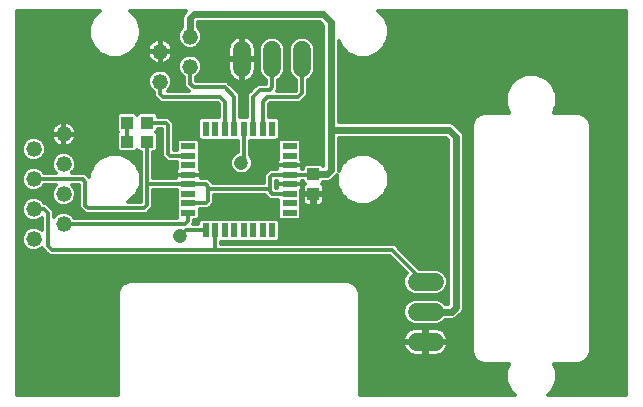
<source format=gbl>
G75*
G70*
%OFA0B0*%
%FSLAX24Y24*%
%IPPOS*%
%LPD*%
%AMOC8*
5,1,8,0,0,1.08239X$1,22.5*
%
%ADD10R,0.0500X0.0220*%
%ADD11R,0.0220X0.0500*%
%ADD12C,0.0520*%
%ADD13C,0.0600*%
%ADD14R,0.0394X0.0433*%
%ADD15C,0.1581*%
%ADD16C,0.0120*%
%ADD17C,0.0240*%
%ADD18C,0.0475*%
D10*
X006344Y006695D03*
X006344Y007010D03*
X006344Y007325D03*
X006344Y007640D03*
X006344Y007955D03*
X006344Y008270D03*
X006344Y008585D03*
X006344Y008900D03*
X009724Y008900D03*
X009724Y008585D03*
X009724Y008270D03*
X009724Y007955D03*
X009724Y007640D03*
X009724Y007325D03*
X009724Y007010D03*
X009724Y006695D03*
D11*
X009136Y006108D03*
X008821Y006108D03*
X008506Y006108D03*
X008191Y006108D03*
X007877Y006108D03*
X007562Y006108D03*
X007247Y006108D03*
X006932Y006108D03*
X006932Y009488D03*
X007247Y009488D03*
X007562Y009488D03*
X007877Y009488D03*
X008191Y009488D03*
X008506Y009488D03*
X008821Y009488D03*
X009136Y009488D03*
D12*
X006408Y011564D03*
X005408Y012064D03*
X006408Y012564D03*
X005408Y011064D03*
X002195Y009312D03*
X001195Y008812D03*
X002195Y008312D03*
X001195Y007812D03*
X002195Y007312D03*
X001195Y006812D03*
X002195Y006312D03*
X001195Y005812D03*
D13*
X008136Y011514D02*
X008136Y012114D01*
X009136Y012114D02*
X009136Y011514D01*
X010136Y011514D02*
X010136Y012114D01*
X013954Y004388D02*
X014554Y004388D01*
X014554Y003388D02*
X013954Y003388D01*
X013954Y002388D02*
X014554Y002388D01*
D14*
X010514Y007306D03*
X010514Y007975D03*
X004983Y009058D03*
X004983Y009688D03*
X004314Y009688D03*
X004314Y009058D03*
D15*
X001380Y012286D03*
X001380Y001341D03*
X020199Y001341D03*
X020199Y012286D03*
D16*
X000640Y013420D02*
X000640Y000600D01*
X004011Y000600D01*
X004011Y004035D01*
X004084Y004211D01*
X004219Y004346D01*
X004395Y004419D01*
X011673Y004419D01*
X011849Y004346D01*
X011984Y004211D01*
X012057Y004035D01*
X012057Y000600D01*
X017229Y000600D01*
X017058Y000771D01*
X016928Y001085D01*
X016928Y001424D01*
X017023Y001653D01*
X016189Y001653D01*
X016012Y001726D01*
X015877Y001861D01*
X015804Y002037D01*
X015804Y009637D01*
X015877Y009814D01*
X016012Y009949D01*
X016189Y010022D01*
X017043Y010022D01*
X016928Y010297D01*
X016928Y010637D01*
X017058Y010951D01*
X017298Y011191D01*
X017612Y011321D01*
X017952Y011321D01*
X018266Y011191D01*
X018506Y010951D01*
X018636Y010637D01*
X018636Y010297D01*
X018522Y010022D01*
X019375Y010022D01*
X019552Y009949D01*
X019687Y009814D01*
X019760Y009637D01*
X019760Y002037D01*
X019687Y001861D01*
X019552Y001726D01*
X019375Y001653D01*
X018541Y001653D01*
X018636Y001424D01*
X018636Y001085D01*
X018506Y000771D01*
X018335Y000600D01*
X020940Y000600D01*
X020940Y013420D01*
X012674Y013420D01*
X012892Y013203D01*
X013022Y012889D01*
X013022Y012549D01*
X012892Y012235D01*
X012651Y011995D01*
X012338Y011865D01*
X011998Y011865D01*
X011684Y011995D01*
X011444Y012235D01*
X011365Y012427D01*
X011365Y009711D01*
X015094Y009711D01*
X015189Y009672D01*
X015262Y009599D01*
X015499Y009362D01*
X015538Y009267D01*
X015538Y003494D01*
X015499Y003399D01*
X015425Y003325D01*
X015268Y003168D01*
X015172Y003128D01*
X014917Y003128D01*
X014804Y003015D01*
X014642Y002948D01*
X013867Y002948D01*
X013705Y003015D01*
X013581Y003139D01*
X013514Y003301D01*
X013514Y003476D01*
X013581Y003638D01*
X013705Y003761D01*
X013867Y003828D01*
X014642Y003828D01*
X014804Y003761D01*
X014917Y003648D01*
X015013Y003648D01*
X015018Y003654D01*
X015018Y009107D01*
X014934Y009191D01*
X011365Y009191D01*
X011365Y008090D01*
X011444Y008281D01*
X011684Y008522D01*
X011998Y008651D01*
X012338Y008651D01*
X012651Y008522D01*
X012892Y008281D01*
X013022Y007968D01*
X013022Y007628D01*
X012892Y007314D01*
X012651Y007074D01*
X012338Y006944D01*
X011998Y006944D01*
X011684Y007074D01*
X011444Y007314D01*
X011314Y007628D01*
X011314Y007954D01*
X011114Y007755D01*
X011019Y007715D01*
X010851Y007715D01*
X010851Y007700D01*
X010804Y007653D01*
X010809Y007650D01*
X010839Y007620D01*
X010860Y007584D01*
X010871Y007543D01*
X010871Y007344D01*
X010553Y007344D01*
X010553Y007267D01*
X010871Y007267D01*
X010871Y007068D01*
X010860Y007027D01*
X010839Y006991D01*
X010809Y006961D01*
X010773Y006940D01*
X010732Y006929D01*
X010553Y006929D01*
X010553Y007267D01*
X010476Y007267D01*
X010476Y006929D01*
X010296Y006929D01*
X010256Y006940D01*
X010219Y006961D01*
X010189Y006991D01*
X010168Y007027D01*
X010157Y007068D01*
X010157Y007267D01*
X010476Y007267D01*
X010476Y007344D01*
X010157Y007344D01*
X010157Y007543D01*
X010168Y007584D01*
X010189Y007620D01*
X010219Y007650D01*
X010225Y007653D01*
X010177Y007700D01*
X010177Y007755D01*
X010134Y007755D01*
X010134Y007640D01*
X009724Y007640D01*
X009314Y007640D01*
X009314Y007525D01*
X009258Y007525D01*
X009258Y007755D01*
X009314Y007755D01*
X009314Y007640D01*
X009724Y007640D01*
X009724Y007640D01*
X009724Y007640D01*
X010134Y007640D01*
X010134Y007509D01*
X010123Y007469D01*
X010114Y007453D01*
X010114Y006527D01*
X010032Y006445D01*
X009416Y006445D01*
X009334Y006527D01*
X009334Y007125D01*
X009054Y007125D01*
X008936Y007243D01*
X008936Y007243D01*
X008896Y007283D01*
X007210Y007283D01*
X007210Y007006D01*
X007093Y006889D01*
X007014Y006810D01*
X006734Y006810D01*
X006734Y006527D01*
X006652Y006445D01*
X006544Y006445D01*
X006544Y006340D01*
X006512Y006308D01*
X006682Y006308D01*
X006682Y006416D01*
X006764Y006498D01*
X009304Y006498D01*
X009386Y006416D01*
X009386Y005800D01*
X009304Y005718D01*
X007447Y005718D01*
X007447Y005636D01*
X013235Y005636D01*
X014042Y004828D01*
X014642Y004828D01*
X014804Y004761D01*
X014928Y004638D01*
X014994Y004476D01*
X014994Y004301D01*
X014928Y004139D01*
X014804Y004015D01*
X014642Y003948D01*
X013867Y003948D01*
X013705Y004015D01*
X013581Y004139D01*
X013514Y004301D01*
X013514Y004476D01*
X013581Y004638D01*
X013624Y004680D01*
X013069Y005236D01*
X001731Y005236D01*
X001614Y005353D01*
X001458Y005508D01*
X001422Y005472D01*
X001275Y005412D01*
X001116Y005412D01*
X000969Y005472D01*
X000856Y005585D01*
X000795Y005732D01*
X000795Y005891D01*
X000856Y006038D01*
X000969Y006151D01*
X001116Y006212D01*
X001275Y006212D01*
X001422Y006151D01*
X001456Y006117D01*
X001456Y006507D01*
X001422Y006472D01*
X001275Y006412D01*
X001116Y006412D01*
X000969Y006472D01*
X000856Y006585D01*
X000795Y006732D01*
X000795Y006891D01*
X000856Y007038D01*
X000969Y007151D01*
X001116Y007212D01*
X001275Y007212D01*
X001422Y007151D01*
X001535Y007038D01*
X001546Y007012D01*
X001623Y007012D01*
X001740Y006894D01*
X001740Y006894D01*
X001856Y006778D01*
X001856Y006538D01*
X001856Y006538D01*
X001969Y006651D01*
X002116Y006712D01*
X002275Y006712D01*
X002422Y006651D01*
X002535Y006538D01*
X002546Y006512D01*
X005970Y006512D01*
X005954Y006527D01*
X005954Y007440D01*
X005183Y007440D01*
X005183Y006868D01*
X004967Y006653D01*
X002912Y006653D01*
X002795Y006770D01*
X002716Y006849D01*
X002716Y007612D01*
X002461Y007612D01*
X002535Y007538D01*
X002595Y007391D01*
X002595Y007232D01*
X002535Y007085D01*
X002422Y006972D01*
X002275Y006912D01*
X002116Y006912D01*
X001969Y006972D01*
X001856Y007085D01*
X001795Y007232D01*
X001795Y007391D01*
X001856Y007538D01*
X001930Y007612D01*
X001546Y007612D01*
X001535Y007585D01*
X001422Y007472D01*
X001275Y007412D01*
X001116Y007412D01*
X000969Y007472D01*
X000856Y007585D01*
X000795Y007732D01*
X000795Y007891D01*
X000856Y008038D01*
X000969Y008151D01*
X001116Y008212D01*
X001275Y008212D01*
X001422Y008151D01*
X001535Y008038D01*
X001546Y008012D01*
X001930Y008012D01*
X001856Y008085D01*
X001795Y008232D01*
X001795Y008391D01*
X001856Y008538D01*
X001969Y008651D01*
X002116Y008712D01*
X002275Y008712D01*
X002422Y008651D01*
X002535Y008538D01*
X002595Y008391D01*
X002595Y008232D01*
X002535Y008085D01*
X002461Y008012D01*
X002906Y008012D01*
X002999Y007919D01*
X003046Y007871D01*
X003046Y007968D01*
X003176Y008281D01*
X003417Y008522D01*
X003730Y008651D01*
X004070Y008651D01*
X004384Y008522D01*
X004624Y008281D01*
X004754Y007968D01*
X004754Y007628D01*
X004624Y007314D01*
X004384Y007074D01*
X004333Y007053D01*
X004783Y007053D01*
X004783Y008701D01*
X004728Y008701D01*
X004648Y008781D01*
X004568Y008701D01*
X004059Y008701D01*
X003977Y008783D01*
X003977Y009332D01*
X004017Y009373D01*
X003977Y009413D01*
X003977Y009962D01*
X004059Y010044D01*
X004568Y010044D01*
X004648Y009964D01*
X004728Y010044D01*
X005238Y010044D01*
X005320Y009962D01*
X005320Y009888D01*
X005676Y009888D01*
X005755Y009809D01*
X005872Y009692D01*
X005872Y008785D01*
X005954Y008785D01*
X005954Y009068D01*
X006036Y009150D01*
X006652Y009150D01*
X006734Y009068D01*
X006734Y008143D01*
X006743Y008127D01*
X006754Y008086D01*
X006754Y007955D01*
X006344Y007955D01*
X005934Y007955D01*
X005934Y007840D01*
X005183Y007840D01*
X005183Y008701D01*
X005238Y008701D01*
X005320Y008783D01*
X005320Y009332D01*
X005279Y009373D01*
X005320Y009413D01*
X005320Y009488D01*
X005472Y009488D01*
X005472Y008581D01*
X005589Y008464D01*
X005668Y008385D01*
X005954Y008385D01*
X005954Y008143D01*
X005945Y008127D01*
X005934Y008086D01*
X005934Y007955D01*
X006344Y007955D01*
X006344Y007955D01*
X006344Y007955D01*
X006754Y007955D01*
X006754Y007840D01*
X007014Y007840D01*
X007093Y007762D01*
X007093Y007762D01*
X007172Y007683D01*
X008858Y007683D01*
X008858Y007959D01*
X009054Y008155D01*
X009314Y008155D01*
X009314Y008270D01*
X009724Y008270D01*
X009724Y008270D01*
X009724Y008270D01*
X010134Y008270D01*
X010134Y008155D01*
X010177Y008155D01*
X010177Y008249D01*
X010259Y008331D01*
X010769Y008331D01*
X010845Y008256D01*
X010845Y012926D01*
X010722Y013050D01*
X006668Y013050D01*
X006668Y012869D01*
X006747Y012790D01*
X006808Y012643D01*
X006808Y012484D01*
X006747Y012337D01*
X006635Y012224D01*
X006488Y012164D01*
X006328Y012164D01*
X006181Y012224D01*
X006069Y012337D01*
X006008Y012484D01*
X006008Y012643D01*
X006069Y012790D01*
X006148Y012869D01*
X006148Y013231D01*
X006188Y013327D01*
X006281Y013420D01*
X004406Y013420D01*
X004624Y013203D01*
X004754Y012889D01*
X004754Y012549D01*
X004624Y012235D01*
X004384Y011995D01*
X004070Y011865D01*
X003730Y011865D01*
X003417Y011995D01*
X003176Y012235D01*
X003046Y012549D01*
X003046Y012889D01*
X003176Y013203D01*
X003394Y013420D01*
X000640Y013420D01*
X000640Y013367D02*
X003341Y013367D01*
X003223Y013249D02*
X000640Y013249D01*
X000640Y013130D02*
X003146Y013130D01*
X003097Y013012D02*
X000640Y013012D01*
X000640Y012893D02*
X003048Y012893D01*
X003046Y012775D02*
X000640Y012775D01*
X000640Y012656D02*
X003046Y012656D01*
X003051Y012538D02*
X000640Y012538D01*
X000640Y012419D02*
X003100Y012419D01*
X003149Y012301D02*
X000640Y012301D01*
X000640Y012182D02*
X003230Y012182D01*
X003348Y012064D02*
X000640Y012064D01*
X000640Y011945D02*
X003537Y011945D01*
X004263Y011945D02*
X005005Y011945D01*
X004998Y011965D02*
X005019Y011902D01*
X005049Y011843D01*
X005088Y011790D01*
X005134Y011743D01*
X005188Y011704D01*
X005247Y011674D01*
X005310Y011654D01*
X005375Y011644D01*
X005388Y011644D01*
X005388Y012044D01*
X004988Y012044D01*
X004988Y012030D01*
X004998Y011965D01*
X004988Y012084D02*
X005388Y012084D01*
X005388Y012484D01*
X005375Y012484D01*
X005310Y012473D01*
X005247Y012453D01*
X005188Y012423D01*
X005134Y012384D01*
X005088Y012337D01*
X005049Y012284D01*
X005019Y012225D01*
X004998Y012162D01*
X004988Y012097D01*
X004988Y012084D01*
X005005Y012182D02*
X004571Y012182D01*
X004651Y012301D02*
X005061Y012301D01*
X005183Y012419D02*
X004700Y012419D01*
X004749Y012538D02*
X006008Y012538D01*
X006013Y012656D02*
X004754Y012656D01*
X004754Y012775D02*
X006063Y012775D01*
X006148Y012893D02*
X004752Y012893D01*
X004703Y013012D02*
X006148Y013012D01*
X006148Y013130D02*
X004654Y013130D01*
X004578Y013249D02*
X006155Y013249D01*
X006228Y013367D02*
X004459Y013367D01*
X005428Y012484D02*
X005428Y012084D01*
X005388Y012084D01*
X005388Y012044D01*
X005428Y012044D01*
X005428Y012084D01*
X005828Y012084D01*
X005828Y012097D01*
X005818Y012162D01*
X005797Y012225D01*
X005767Y012284D01*
X005728Y012337D01*
X005682Y012384D01*
X005628Y012423D01*
X005569Y012453D01*
X005506Y012473D01*
X005441Y012484D01*
X005428Y012484D01*
X005428Y012419D02*
X005388Y012419D01*
X005388Y012301D02*
X005428Y012301D01*
X005428Y012182D02*
X005388Y012182D01*
X005388Y012064D02*
X004452Y012064D01*
X005061Y011827D02*
X000640Y011827D01*
X000640Y011708D02*
X005182Y011708D01*
X005388Y011708D02*
X005428Y011708D01*
X005428Y011644D02*
X005441Y011644D01*
X005506Y011654D01*
X005569Y011674D01*
X005628Y011704D01*
X005682Y011743D01*
X005728Y011790D01*
X005767Y011843D01*
X005797Y011902D01*
X005818Y011965D01*
X005828Y012030D01*
X005828Y012044D01*
X005428Y012044D01*
X005428Y011644D01*
X005428Y011827D02*
X005388Y011827D01*
X005388Y011945D02*
X005428Y011945D01*
X005428Y012064D02*
X007676Y012064D01*
X007676Y012150D02*
X007676Y011854D01*
X008096Y011854D01*
X008096Y012573D01*
X008029Y012562D01*
X007960Y012540D01*
X007895Y012507D01*
X007837Y012464D01*
X007786Y012413D01*
X007743Y012355D01*
X007710Y012290D01*
X007688Y012221D01*
X007676Y012150D01*
X007682Y012182D02*
X006533Y012182D01*
X006711Y012301D02*
X007716Y012301D01*
X007792Y012419D02*
X006781Y012419D01*
X006808Y012538D02*
X007956Y012538D01*
X008096Y012538D02*
X008176Y012538D01*
X008176Y012573D02*
X008176Y011854D01*
X008096Y011854D01*
X008096Y011774D01*
X007676Y011774D01*
X007676Y011477D01*
X007688Y011406D01*
X007710Y011337D01*
X007743Y011272D01*
X007786Y011214D01*
X007837Y011163D01*
X007895Y011120D01*
X007960Y011087D01*
X008029Y011065D01*
X008096Y011054D01*
X008096Y011774D01*
X008176Y011774D01*
X008176Y011854D01*
X008596Y011854D01*
X008596Y012150D01*
X008585Y012221D01*
X008563Y012290D01*
X008530Y012355D01*
X008487Y012413D01*
X008436Y012464D01*
X008377Y012507D01*
X008313Y012540D01*
X008244Y012562D01*
X008176Y012573D01*
X008317Y012538D02*
X009011Y012538D01*
X009049Y012554D02*
X008887Y012487D01*
X008763Y012363D01*
X008696Y012201D01*
X008696Y011426D01*
X008763Y011264D01*
X008887Y011141D01*
X008936Y011120D01*
X008936Y010990D01*
X008660Y010990D01*
X008543Y010873D01*
X008306Y010637D01*
X008306Y009878D01*
X008077Y009878D01*
X008077Y010637D01*
X007762Y010952D01*
X007644Y011069D01*
X006621Y011069D01*
X006608Y011081D01*
X006608Y011213D01*
X006635Y011224D01*
X006747Y011337D01*
X006808Y011484D01*
X006808Y011643D01*
X006747Y011790D01*
X006635Y011903D01*
X006488Y011964D01*
X006328Y011964D01*
X006181Y011903D01*
X006069Y011790D01*
X006008Y011643D01*
X006008Y011484D01*
X006069Y011337D01*
X006181Y011224D01*
X006208Y011213D01*
X006208Y010916D01*
X006325Y010799D01*
X006370Y010754D01*
X005664Y010754D01*
X005747Y010837D01*
X005808Y010984D01*
X005808Y011143D01*
X005747Y011290D01*
X005635Y011403D01*
X005488Y011464D01*
X005328Y011464D01*
X005181Y011403D01*
X005069Y011290D01*
X005008Y011143D01*
X005008Y010984D01*
X005069Y010837D01*
X005181Y010724D01*
X005208Y010713D01*
X005208Y010577D01*
X005325Y010460D01*
X005431Y010354D01*
X007321Y010354D01*
X007362Y010313D01*
X007362Y009878D01*
X006764Y009878D01*
X006682Y009796D01*
X006682Y009180D01*
X006764Y009098D01*
X007991Y009098D01*
X007991Y008707D01*
X007899Y008669D01*
X007793Y008563D01*
X007735Y008424D01*
X007735Y008274D01*
X007793Y008135D01*
X007899Y008029D01*
X008038Y007971D01*
X008188Y007971D01*
X008327Y008029D01*
X008433Y008135D01*
X008490Y008274D01*
X008490Y008424D01*
X008433Y008563D01*
X008391Y008604D01*
X008391Y009098D01*
X009304Y009098D01*
X009386Y009180D01*
X009386Y009796D01*
X009304Y009878D01*
X009021Y009878D01*
X009021Y010313D01*
X009062Y010354D01*
X010085Y010354D01*
X010219Y010488D01*
X010336Y010605D01*
X010336Y011120D01*
X010386Y011141D01*
X010509Y011264D01*
X010576Y011426D01*
X010576Y012201D01*
X010509Y012363D01*
X010386Y012487D01*
X010224Y012554D01*
X010049Y012554D01*
X009887Y012487D01*
X009763Y012363D01*
X009696Y012201D01*
X009696Y011426D01*
X009763Y011264D01*
X009887Y011141D01*
X009936Y011120D01*
X009936Y010770D01*
X009920Y010754D01*
X009304Y010754D01*
X009336Y010786D01*
X009336Y011120D01*
X009386Y011141D01*
X009509Y011264D01*
X009576Y011426D01*
X009576Y012201D01*
X009509Y012363D01*
X009386Y012487D01*
X009224Y012554D01*
X009049Y012554D01*
X009262Y012538D02*
X010011Y012538D01*
X009820Y012419D02*
X009453Y012419D01*
X009535Y012301D02*
X009738Y012301D01*
X009696Y012182D02*
X009576Y012182D01*
X009576Y012064D02*
X009696Y012064D01*
X009696Y011945D02*
X009576Y011945D01*
X009576Y011827D02*
X009696Y011827D01*
X009696Y011708D02*
X009576Y011708D01*
X009576Y011590D02*
X009696Y011590D01*
X009696Y011471D02*
X009576Y011471D01*
X009546Y011353D02*
X009727Y011353D01*
X009793Y011234D02*
X009479Y011234D01*
X009336Y011116D02*
X009936Y011116D01*
X009936Y010997D02*
X009336Y010997D01*
X009336Y010879D02*
X009936Y010879D01*
X009926Y010760D02*
X009311Y010760D01*
X009136Y010869D02*
X009136Y011814D01*
X008696Y011827D02*
X008176Y011827D01*
X008176Y011774D02*
X008596Y011774D01*
X008596Y011477D01*
X008585Y011406D01*
X008563Y011337D01*
X008530Y011272D01*
X008487Y011214D01*
X008436Y011163D01*
X008377Y011120D01*
X008313Y011087D01*
X008244Y011065D01*
X008176Y011054D01*
X008176Y011774D01*
X008176Y011708D02*
X008096Y011708D01*
X008096Y011590D02*
X008176Y011590D01*
X008176Y011471D02*
X008096Y011471D01*
X008096Y011353D02*
X008176Y011353D01*
X008176Y011234D02*
X008096Y011234D01*
X008096Y011116D02*
X008176Y011116D01*
X008369Y011116D02*
X008936Y011116D01*
X008936Y010997D02*
X007716Y010997D01*
X007834Y010879D02*
X008549Y010879D01*
X008430Y010760D02*
X007953Y010760D01*
X008071Y010642D02*
X008312Y010642D01*
X008306Y010523D02*
X008077Y010523D01*
X008077Y010405D02*
X008306Y010405D01*
X008306Y010286D02*
X008077Y010286D01*
X008077Y010168D02*
X008306Y010168D01*
X008306Y010049D02*
X008077Y010049D01*
X008077Y009931D02*
X008306Y009931D01*
X008191Y009488D02*
X008191Y008428D01*
X008113Y008349D01*
X007770Y008509D02*
X006734Y008509D01*
X006734Y008627D02*
X007857Y008627D01*
X007991Y008746D02*
X006734Y008746D01*
X006734Y008864D02*
X007991Y008864D01*
X007991Y008983D02*
X006734Y008983D01*
X006760Y009101D02*
X006701Y009101D01*
X006682Y009220D02*
X005872Y009220D01*
X005872Y009338D02*
X006682Y009338D01*
X006682Y009457D02*
X005872Y009457D01*
X005872Y009575D02*
X006682Y009575D01*
X006682Y009694D02*
X005870Y009694D01*
X005751Y009812D02*
X006698Y009812D01*
X007362Y009931D02*
X005320Y009931D01*
X005593Y009688D02*
X004983Y009688D01*
X005320Y009457D02*
X005472Y009457D01*
X005472Y009338D02*
X005314Y009338D01*
X005320Y009220D02*
X005472Y009220D01*
X005472Y009101D02*
X005320Y009101D01*
X005320Y008983D02*
X005472Y008983D01*
X005472Y008864D02*
X005320Y008864D01*
X005282Y008746D02*
X005472Y008746D01*
X005472Y008627D02*
X005183Y008627D01*
X005183Y008509D02*
X005544Y008509D01*
X005663Y008390D02*
X005183Y008390D01*
X005183Y008272D02*
X005954Y008272D01*
X005954Y008153D02*
X005183Y008153D01*
X005183Y008035D02*
X005934Y008035D01*
X005934Y007916D02*
X005183Y007916D01*
X004983Y007660D02*
X005003Y007640D01*
X004983Y007640D01*
X004983Y006951D01*
X004884Y006853D01*
X002995Y006853D01*
X002916Y006932D01*
X002916Y007719D01*
X002823Y007812D01*
X001195Y007812D01*
X000795Y007798D02*
X000640Y007798D01*
X000640Y007916D02*
X000806Y007916D01*
X000855Y008035D02*
X000640Y008035D01*
X000640Y008153D02*
X000975Y008153D01*
X001116Y008412D02*
X001275Y008412D01*
X001422Y008472D01*
X001535Y008585D01*
X001595Y008732D01*
X001595Y008891D01*
X001535Y009038D01*
X001422Y009151D01*
X001275Y009212D01*
X001116Y009212D01*
X000969Y009151D01*
X000856Y009038D01*
X000795Y008891D01*
X000795Y008732D01*
X000856Y008585D01*
X000969Y008472D01*
X001116Y008412D01*
X000933Y008509D02*
X000640Y008509D01*
X000640Y008627D02*
X000839Y008627D01*
X000795Y008746D02*
X000640Y008746D01*
X000640Y008864D02*
X000795Y008864D01*
X000833Y008983D02*
X000640Y008983D01*
X000640Y009101D02*
X000919Y009101D01*
X000640Y009220D02*
X001785Y009220D01*
X001786Y009213D02*
X001806Y009150D01*
X001836Y009091D01*
X001875Y009038D01*
X001922Y008991D01*
X001975Y008952D01*
X002034Y008922D01*
X002097Y008902D01*
X002162Y008892D01*
X002175Y008892D01*
X002175Y009292D01*
X001775Y009292D01*
X001775Y009279D01*
X001786Y009213D01*
X001775Y009332D02*
X002175Y009332D01*
X002175Y009732D01*
X002162Y009732D01*
X002097Y009721D01*
X002034Y009701D01*
X001975Y009671D01*
X001922Y009632D01*
X001875Y009585D01*
X001836Y009532D01*
X001806Y009473D01*
X001786Y009410D01*
X001775Y009345D01*
X001775Y009332D01*
X001775Y009338D02*
X000640Y009338D01*
X000640Y009457D02*
X001801Y009457D01*
X001868Y009575D02*
X000640Y009575D01*
X000640Y009694D02*
X002020Y009694D01*
X002175Y009694D02*
X002215Y009694D01*
X002215Y009732D02*
X002215Y009332D01*
X002175Y009332D01*
X002175Y009292D01*
X002215Y009292D01*
X002215Y008892D01*
X002228Y008892D01*
X002294Y008902D01*
X002357Y008922D01*
X002416Y008952D01*
X002469Y008991D01*
X002516Y009038D01*
X002555Y009091D01*
X002585Y009150D01*
X002605Y009213D01*
X002615Y009279D01*
X002615Y009292D01*
X002215Y009292D01*
X002215Y009332D01*
X002615Y009332D01*
X002615Y009345D01*
X002605Y009410D01*
X002585Y009473D01*
X002555Y009532D01*
X002516Y009585D01*
X002469Y009632D01*
X002416Y009671D01*
X002357Y009701D01*
X002294Y009721D01*
X002228Y009732D01*
X002215Y009732D01*
X002370Y009694D02*
X003977Y009694D01*
X003977Y009812D02*
X000640Y009812D01*
X000640Y009931D02*
X003977Y009931D01*
X004314Y009688D02*
X004314Y009058D01*
X003977Y009101D02*
X002560Y009101D01*
X002606Y009220D02*
X003977Y009220D01*
X003983Y009338D02*
X002615Y009338D01*
X002590Y009457D02*
X003977Y009457D01*
X003977Y009575D02*
X002523Y009575D01*
X002215Y009575D02*
X002175Y009575D01*
X002175Y009457D02*
X002215Y009457D01*
X002215Y009338D02*
X002175Y009338D01*
X002175Y009220D02*
X002215Y009220D01*
X002215Y009101D02*
X002175Y009101D01*
X002175Y008983D02*
X002215Y008983D01*
X002457Y008983D02*
X003977Y008983D01*
X003977Y008864D02*
X001595Y008864D01*
X001595Y008746D02*
X004014Y008746D01*
X004128Y008627D02*
X004783Y008627D01*
X004783Y008509D02*
X004396Y008509D01*
X004515Y008390D02*
X004783Y008390D01*
X004783Y008272D02*
X004628Y008272D01*
X004677Y008153D02*
X004783Y008153D01*
X004783Y008035D02*
X004726Y008035D01*
X004754Y007916D02*
X004783Y007916D01*
X004783Y007798D02*
X004754Y007798D01*
X004754Y007679D02*
X004783Y007679D01*
X004783Y007561D02*
X004726Y007561D01*
X004677Y007442D02*
X004783Y007442D01*
X004783Y007324D02*
X004628Y007324D01*
X004515Y007205D02*
X004783Y007205D01*
X004783Y007087D02*
X004396Y007087D01*
X005046Y006731D02*
X005954Y006731D01*
X005954Y006613D02*
X002460Y006613D01*
X002716Y006850D02*
X001785Y006850D01*
X001856Y006731D02*
X002833Y006731D01*
X002716Y006968D02*
X002412Y006968D01*
X002535Y007087D02*
X002716Y007087D01*
X002716Y007205D02*
X002584Y007205D01*
X002595Y007324D02*
X002716Y007324D01*
X002716Y007442D02*
X002574Y007442D01*
X002512Y007561D02*
X002716Y007561D01*
X003002Y007916D02*
X003046Y007916D01*
X003074Y008035D02*
X002484Y008035D01*
X002563Y008153D02*
X003123Y008153D01*
X003172Y008272D02*
X002595Y008272D01*
X002595Y008390D02*
X003285Y008390D01*
X003404Y008509D02*
X002547Y008509D01*
X002445Y008627D02*
X003672Y008627D01*
X004613Y008746D02*
X004683Y008746D01*
X004983Y009058D02*
X004983Y007660D01*
X005003Y007640D02*
X006344Y007640D01*
X006932Y007640D01*
X007010Y007562D01*
X007010Y007483D01*
X009058Y007483D01*
X009058Y007877D01*
X009136Y007955D01*
X009724Y007955D01*
X010495Y007955D01*
X010514Y007975D01*
X010200Y008272D02*
X010134Y008272D01*
X010134Y008270D02*
X010134Y008401D01*
X010123Y008442D01*
X010114Y008458D01*
X010114Y009068D01*
X010032Y009150D01*
X009416Y009150D01*
X009334Y009068D01*
X009334Y008458D01*
X009325Y008442D01*
X009314Y008401D01*
X009314Y008270D01*
X009724Y008270D01*
X010134Y008270D01*
X010134Y008390D02*
X010845Y008390D01*
X010845Y008272D02*
X010829Y008272D01*
X010845Y008509D02*
X010114Y008509D01*
X010114Y008627D02*
X010845Y008627D01*
X010845Y008746D02*
X010114Y008746D01*
X010114Y008864D02*
X010845Y008864D01*
X010845Y008983D02*
X010114Y008983D01*
X010081Y009101D02*
X010845Y009101D01*
X010845Y009220D02*
X009386Y009220D01*
X009386Y009338D02*
X010845Y009338D01*
X010845Y009457D02*
X009386Y009457D01*
X009386Y009575D02*
X010845Y009575D01*
X010845Y009694D02*
X009386Y009694D01*
X009370Y009812D02*
X010845Y009812D01*
X010845Y009931D02*
X009021Y009931D01*
X009021Y010049D02*
X010845Y010049D01*
X010845Y010168D02*
X009021Y010168D01*
X009021Y010286D02*
X010845Y010286D01*
X010845Y010405D02*
X010136Y010405D01*
X010255Y010523D02*
X010845Y010523D01*
X010845Y010642D02*
X010336Y010642D01*
X010336Y010760D02*
X010845Y010760D01*
X010845Y010879D02*
X010336Y010879D01*
X010336Y010997D02*
X010845Y010997D01*
X010845Y011116D02*
X010336Y011116D01*
X010479Y011234D02*
X010845Y011234D01*
X010845Y011353D02*
X010546Y011353D01*
X010576Y011471D02*
X010845Y011471D01*
X010845Y011590D02*
X010576Y011590D01*
X010576Y011708D02*
X010845Y011708D01*
X010845Y011827D02*
X010576Y011827D01*
X010576Y011945D02*
X010845Y011945D01*
X010845Y012064D02*
X010576Y012064D01*
X010576Y012182D02*
X010845Y012182D01*
X010845Y012301D02*
X010535Y012301D01*
X010453Y012419D02*
X010845Y012419D01*
X010845Y012538D02*
X010262Y012538D01*
X010845Y012656D02*
X006803Y012656D01*
X006753Y012775D02*
X010845Y012775D01*
X010845Y012893D02*
X006668Y012893D01*
X006668Y013012D02*
X010759Y013012D01*
X011365Y012419D02*
X011368Y012419D01*
X011365Y012301D02*
X011417Y012301D01*
X011365Y012182D02*
X011497Y012182D01*
X011616Y012064D02*
X011365Y012064D01*
X011365Y011945D02*
X011805Y011945D01*
X011365Y011827D02*
X020940Y011827D01*
X020940Y011945D02*
X012531Y011945D01*
X012720Y012064D02*
X020940Y012064D01*
X020940Y012182D02*
X012838Y012182D01*
X012919Y012301D02*
X020940Y012301D01*
X020940Y012419D02*
X012968Y012419D01*
X013017Y012538D02*
X020940Y012538D01*
X020940Y012656D02*
X013022Y012656D01*
X013022Y012775D02*
X020940Y012775D01*
X020940Y012893D02*
X013020Y012893D01*
X012971Y013012D02*
X020940Y013012D01*
X020940Y013130D02*
X012922Y013130D01*
X012845Y013249D02*
X020940Y013249D01*
X020940Y013367D02*
X012727Y013367D01*
X011365Y011708D02*
X020940Y011708D01*
X020940Y011590D02*
X011365Y011590D01*
X011365Y011471D02*
X020940Y011471D01*
X020940Y011353D02*
X011365Y011353D01*
X011365Y011234D02*
X017403Y011234D01*
X017223Y011116D02*
X011365Y011116D01*
X011365Y010997D02*
X017105Y010997D01*
X017029Y010879D02*
X011365Y010879D01*
X011365Y010760D02*
X016979Y010760D01*
X016930Y010642D02*
X011365Y010642D01*
X011365Y010523D02*
X016928Y010523D01*
X016928Y010405D02*
X011365Y010405D01*
X011365Y010286D02*
X016933Y010286D01*
X016982Y010168D02*
X011365Y010168D01*
X011365Y010049D02*
X017031Y010049D01*
X015995Y009931D02*
X011365Y009931D01*
X011365Y009812D02*
X015877Y009812D01*
X015828Y009694D02*
X015136Y009694D01*
X015286Y009575D02*
X015804Y009575D01*
X015804Y009457D02*
X015404Y009457D01*
X015509Y009338D02*
X015804Y009338D01*
X015804Y009220D02*
X015538Y009220D01*
X015538Y009101D02*
X015804Y009101D01*
X015804Y008983D02*
X015538Y008983D01*
X015538Y008864D02*
X015804Y008864D01*
X015804Y008746D02*
X015538Y008746D01*
X015538Y008627D02*
X015804Y008627D01*
X015804Y008509D02*
X015538Y008509D01*
X015538Y008390D02*
X015804Y008390D01*
X015804Y008272D02*
X015538Y008272D01*
X015538Y008153D02*
X015804Y008153D01*
X015804Y008035D02*
X015538Y008035D01*
X015538Y007916D02*
X015804Y007916D01*
X015804Y007798D02*
X015538Y007798D01*
X015538Y007679D02*
X015804Y007679D01*
X015804Y007561D02*
X015538Y007561D01*
X015538Y007442D02*
X015804Y007442D01*
X015804Y007324D02*
X015538Y007324D01*
X015538Y007205D02*
X015804Y007205D01*
X015804Y007087D02*
X015538Y007087D01*
X015538Y006968D02*
X015804Y006968D01*
X015804Y006850D02*
X015538Y006850D01*
X015538Y006731D02*
X015804Y006731D01*
X015804Y006613D02*
X015538Y006613D01*
X015538Y006494D02*
X015804Y006494D01*
X015804Y006376D02*
X015538Y006376D01*
X015538Y006257D02*
X015804Y006257D01*
X015804Y006139D02*
X015538Y006139D01*
X015538Y006020D02*
X015804Y006020D01*
X015804Y005902D02*
X015538Y005902D01*
X015538Y005783D02*
X015804Y005783D01*
X015804Y005665D02*
X015538Y005665D01*
X015538Y005546D02*
X015804Y005546D01*
X015804Y005428D02*
X015538Y005428D01*
X015538Y005309D02*
X015804Y005309D01*
X015804Y005191D02*
X015538Y005191D01*
X015538Y005072D02*
X015804Y005072D01*
X015804Y004954D02*
X015538Y004954D01*
X015538Y004835D02*
X015804Y004835D01*
X015804Y004717D02*
X015538Y004717D01*
X015538Y004598D02*
X015804Y004598D01*
X015804Y004480D02*
X015538Y004480D01*
X015538Y004361D02*
X015804Y004361D01*
X015804Y004243D02*
X015538Y004243D01*
X015538Y004124D02*
X015804Y004124D01*
X015804Y004006D02*
X015538Y004006D01*
X015538Y003887D02*
X015804Y003887D01*
X015804Y003769D02*
X015538Y003769D01*
X015538Y003650D02*
X015804Y003650D01*
X015804Y003532D02*
X015538Y003532D01*
X015505Y003413D02*
X015804Y003413D01*
X015804Y003295D02*
X015395Y003295D01*
X015276Y003176D02*
X015804Y003176D01*
X015804Y003058D02*
X014846Y003058D01*
X014731Y002815D02*
X014662Y002837D01*
X014591Y002848D01*
X014294Y002848D01*
X014294Y002428D01*
X014214Y002428D01*
X014214Y002348D01*
X013495Y002348D01*
X013506Y002281D01*
X013528Y002212D01*
X013561Y002147D01*
X013604Y002089D01*
X013655Y002037D01*
X013713Y001995D01*
X013778Y001962D01*
X013847Y001940D01*
X013918Y001928D01*
X014214Y001928D01*
X014214Y002348D01*
X014294Y002348D01*
X014294Y001928D01*
X014591Y001928D01*
X014662Y001940D01*
X014731Y001962D01*
X014796Y001995D01*
X014854Y002037D01*
X014905Y002089D01*
X014948Y002147D01*
X014981Y002212D01*
X015003Y002281D01*
X015014Y002348D01*
X014294Y002348D01*
X014294Y002428D01*
X015014Y002428D01*
X015003Y002496D01*
X014981Y002565D01*
X014948Y002629D01*
X014905Y002688D01*
X014854Y002739D01*
X014796Y002782D01*
X014731Y002815D01*
X014712Y002821D02*
X015804Y002821D01*
X015804Y002939D02*
X012057Y002939D01*
X012057Y002821D02*
X013797Y002821D01*
X013778Y002815D02*
X013713Y002782D01*
X013655Y002739D01*
X013604Y002688D01*
X013561Y002629D01*
X013528Y002565D01*
X013506Y002496D01*
X013495Y002428D01*
X014214Y002428D01*
X014214Y002848D01*
X013918Y002848D01*
X013847Y002837D01*
X013778Y002815D01*
X013618Y002702D02*
X012057Y002702D01*
X012057Y002584D02*
X013538Y002584D01*
X013501Y002465D02*
X012057Y002465D01*
X012057Y002347D02*
X013495Y002347D01*
X013523Y002228D02*
X012057Y002228D01*
X012057Y002110D02*
X013588Y002110D01*
X013721Y001991D02*
X012057Y001991D01*
X012057Y001873D02*
X015872Y001873D01*
X015823Y001991D02*
X014788Y001991D01*
X014921Y002110D02*
X015804Y002110D01*
X015804Y002228D02*
X014986Y002228D01*
X015014Y002347D02*
X015804Y002347D01*
X015804Y002465D02*
X015008Y002465D01*
X014971Y002584D02*
X015804Y002584D01*
X015804Y002702D02*
X014891Y002702D01*
X014294Y002702D02*
X014214Y002702D01*
X014214Y002584D02*
X014294Y002584D01*
X014294Y002465D02*
X014214Y002465D01*
X014214Y002347D02*
X014294Y002347D01*
X014294Y002228D02*
X014214Y002228D01*
X014214Y002110D02*
X014294Y002110D01*
X014294Y001991D02*
X014214Y001991D01*
X014214Y002821D02*
X014294Y002821D01*
X013663Y003058D02*
X012057Y003058D01*
X012057Y003176D02*
X013566Y003176D01*
X013517Y003295D02*
X012057Y003295D01*
X012057Y003413D02*
X013514Y003413D01*
X013538Y003532D02*
X012057Y003532D01*
X012057Y003650D02*
X013594Y003650D01*
X013723Y003769D02*
X012057Y003769D01*
X012057Y003887D02*
X015018Y003887D01*
X015018Y003769D02*
X014786Y003769D01*
X014915Y003650D02*
X015015Y003650D01*
X015018Y004006D02*
X014781Y004006D01*
X014913Y004124D02*
X015018Y004124D01*
X015018Y004243D02*
X014970Y004243D01*
X014994Y004361D02*
X015018Y004361D01*
X015018Y004480D02*
X014993Y004480D01*
X015018Y004598D02*
X014944Y004598D01*
X015018Y004717D02*
X014848Y004717D01*
X015018Y004835D02*
X014035Y004835D01*
X013917Y004954D02*
X015018Y004954D01*
X015018Y005072D02*
X013798Y005072D01*
X013680Y005191D02*
X015018Y005191D01*
X015018Y005309D02*
X013561Y005309D01*
X013443Y005428D02*
X015018Y005428D01*
X015018Y005546D02*
X013324Y005546D01*
X013152Y005436D02*
X014199Y004388D01*
X014254Y004388D01*
X013728Y004006D02*
X012057Y004006D01*
X012020Y004124D02*
X013596Y004124D01*
X013539Y004243D02*
X011952Y004243D01*
X011813Y004361D02*
X013514Y004361D01*
X013516Y004480D02*
X000640Y004480D01*
X000640Y004598D02*
X013565Y004598D01*
X013588Y004717D02*
X000640Y004717D01*
X000640Y004835D02*
X013470Y004835D01*
X013351Y004954D02*
X000640Y004954D01*
X000640Y005072D02*
X013233Y005072D01*
X013114Y005191D02*
X000640Y005191D01*
X000640Y005309D02*
X001657Y005309D01*
X001539Y005428D02*
X001314Y005428D01*
X001656Y005593D02*
X001814Y005436D01*
X007247Y005436D01*
X013152Y005436D01*
X015018Y005665D02*
X007447Y005665D01*
X007247Y005436D02*
X007247Y006108D01*
X006932Y006108D02*
X006265Y006108D01*
X006066Y005908D01*
X006233Y006312D02*
X006344Y006423D01*
X006344Y006695D01*
X006344Y007010D02*
X006932Y007010D01*
X007010Y007089D01*
X007010Y007483D01*
X007057Y007798D02*
X008858Y007798D01*
X008858Y007916D02*
X006754Y007916D01*
X006754Y008035D02*
X007893Y008035D01*
X007785Y008153D02*
X006734Y008153D01*
X006734Y008272D02*
X007736Y008272D01*
X007735Y008390D02*
X006734Y008390D01*
X006344Y008585D02*
X005751Y008585D01*
X005672Y008664D01*
X005672Y009609D01*
X005593Y009688D01*
X005872Y009101D02*
X005987Y009101D01*
X005954Y008983D02*
X005872Y008983D01*
X005872Y008864D02*
X005954Y008864D01*
X007562Y009488D02*
X007562Y010396D01*
X007404Y010554D01*
X005514Y010554D01*
X005408Y010660D01*
X005408Y011064D01*
X005770Y011234D02*
X006172Y011234D01*
X006208Y011116D02*
X005808Y011116D01*
X005808Y010997D02*
X006208Y010997D01*
X006245Y010879D02*
X005764Y010879D01*
X005670Y010760D02*
X006363Y010760D01*
X006538Y010869D02*
X006408Y010999D01*
X006408Y011564D01*
X006106Y011827D02*
X005755Y011827D01*
X005811Y011945D02*
X006284Y011945D01*
X006532Y011945D02*
X007676Y011945D01*
X007676Y011708D02*
X006781Y011708D01*
X006808Y011590D02*
X007676Y011590D01*
X007677Y011471D02*
X006803Y011471D01*
X006754Y011353D02*
X007705Y011353D01*
X007771Y011234D02*
X006644Y011234D01*
X006608Y011116D02*
X007904Y011116D01*
X007562Y010869D02*
X006538Y010869D01*
X006062Y011353D02*
X005684Y011353D01*
X006013Y011471D02*
X000640Y011471D01*
X000640Y011353D02*
X005132Y011353D01*
X005046Y011234D02*
X000640Y011234D01*
X000640Y011116D02*
X005008Y011116D01*
X005008Y010997D02*
X000640Y010997D01*
X000640Y010879D02*
X005052Y010879D01*
X005146Y010760D02*
X000640Y010760D01*
X000640Y010642D02*
X005208Y010642D01*
X005262Y010523D02*
X000640Y010523D01*
X000640Y010405D02*
X005380Y010405D01*
X006008Y011590D02*
X000640Y011590D01*
X000640Y010286D02*
X007362Y010286D01*
X007362Y010168D02*
X000640Y010168D01*
X000640Y010049D02*
X007362Y010049D01*
X007877Y010554D02*
X007562Y010869D01*
X007877Y010554D02*
X007877Y009488D01*
X008506Y009488D02*
X008506Y010554D01*
X008743Y010790D01*
X009058Y010790D01*
X009136Y010869D01*
X008793Y011234D02*
X008502Y011234D01*
X008568Y011353D02*
X008727Y011353D01*
X008696Y011471D02*
X008595Y011471D01*
X008596Y011590D02*
X008696Y011590D01*
X008696Y011708D02*
X008596Y011708D01*
X008596Y011945D02*
X008696Y011945D01*
X008696Y012064D02*
X008596Y012064D01*
X008591Y012182D02*
X008696Y012182D01*
X008738Y012301D02*
X008557Y012301D01*
X008481Y012419D02*
X008820Y012419D01*
X008176Y012419D02*
X008096Y012419D01*
X008096Y012301D02*
X008176Y012301D01*
X008176Y012182D02*
X008096Y012182D01*
X008096Y012064D02*
X008176Y012064D01*
X008176Y011945D02*
X008096Y011945D01*
X008096Y011827D02*
X006710Y011827D01*
X006283Y012182D02*
X005811Y012182D01*
X005755Y012301D02*
X006105Y012301D01*
X006035Y012419D02*
X005633Y012419D01*
X005634Y011708D02*
X006035Y011708D01*
X008821Y010396D02*
X008979Y010554D01*
X010003Y010554D01*
X010136Y010688D01*
X010136Y011814D01*
X008821Y010396D02*
X008821Y009488D01*
X009308Y009101D02*
X009367Y009101D01*
X009334Y008983D02*
X008391Y008983D01*
X008391Y008864D02*
X009334Y008864D01*
X009334Y008746D02*
X008391Y008746D01*
X008391Y008627D02*
X009334Y008627D01*
X009334Y008509D02*
X008455Y008509D01*
X008490Y008390D02*
X009314Y008390D01*
X009314Y008272D02*
X008489Y008272D01*
X008440Y008153D02*
X009052Y008153D01*
X008933Y008035D02*
X008332Y008035D01*
X009058Y007483D02*
X009058Y007404D01*
X009136Y007325D01*
X009724Y007325D01*
X010114Y007324D02*
X010476Y007324D01*
X010553Y007324D02*
X011440Y007324D01*
X011391Y007442D02*
X010871Y007442D01*
X010866Y007561D02*
X011342Y007561D01*
X011314Y007679D02*
X010830Y007679D01*
X011158Y007798D02*
X011314Y007798D01*
X011314Y007916D02*
X011276Y007916D01*
X011365Y008153D02*
X011391Y008153D01*
X011365Y008272D02*
X011440Y008272D01*
X011365Y008390D02*
X011553Y008390D01*
X011672Y008509D02*
X011365Y008509D01*
X011365Y008627D02*
X011940Y008627D01*
X012396Y008627D02*
X015018Y008627D01*
X015018Y008509D02*
X012664Y008509D01*
X012783Y008390D02*
X015018Y008390D01*
X015018Y008272D02*
X012896Y008272D01*
X012945Y008153D02*
X015018Y008153D01*
X015018Y008035D02*
X012994Y008035D01*
X013022Y007916D02*
X015018Y007916D01*
X015018Y007798D02*
X013022Y007798D01*
X013022Y007679D02*
X015018Y007679D01*
X015018Y007561D02*
X012994Y007561D01*
X012945Y007442D02*
X015018Y007442D01*
X015018Y007324D02*
X012896Y007324D01*
X012783Y007205D02*
X015018Y007205D01*
X015018Y007087D02*
X012664Y007087D01*
X012396Y006968D02*
X015018Y006968D01*
X015018Y006850D02*
X010114Y006850D01*
X010114Y006968D02*
X010212Y006968D01*
X010157Y007087D02*
X010114Y007087D01*
X010114Y007205D02*
X010157Y007205D01*
X010157Y007442D02*
X010114Y007442D01*
X010134Y007561D02*
X010162Y007561D01*
X010134Y007679D02*
X010199Y007679D01*
X010476Y007205D02*
X010553Y007205D01*
X010553Y007087D02*
X010476Y007087D01*
X010476Y006968D02*
X010553Y006968D01*
X010817Y006968D02*
X011940Y006968D01*
X011672Y007087D02*
X010871Y007087D01*
X010871Y007205D02*
X011553Y007205D01*
X010114Y006731D02*
X015018Y006731D01*
X015018Y006613D02*
X010114Y006613D01*
X010081Y006494D02*
X015018Y006494D01*
X015018Y006376D02*
X009386Y006376D01*
X009386Y006257D02*
X015018Y006257D01*
X015018Y006139D02*
X009386Y006139D01*
X009386Y006020D02*
X015018Y006020D01*
X015018Y005902D02*
X009386Y005902D01*
X009370Y005783D02*
X015018Y005783D01*
X015018Y008746D02*
X011365Y008746D01*
X011365Y008864D02*
X015018Y008864D01*
X015018Y008983D02*
X011365Y008983D01*
X011365Y009101D02*
X015018Y009101D01*
X018161Y011234D02*
X020940Y011234D01*
X020940Y011116D02*
X018341Y011116D01*
X018459Y010997D02*
X020940Y010997D01*
X020940Y010879D02*
X018536Y010879D01*
X018585Y010760D02*
X020940Y010760D01*
X020940Y010642D02*
X018634Y010642D01*
X018636Y010523D02*
X020940Y010523D01*
X020940Y010405D02*
X018636Y010405D01*
X018631Y010286D02*
X020940Y010286D01*
X020940Y010168D02*
X018582Y010168D01*
X018533Y010049D02*
X020940Y010049D01*
X020940Y009931D02*
X019570Y009931D01*
X019687Y009812D02*
X020940Y009812D01*
X020940Y009694D02*
X019736Y009694D01*
X019760Y009575D02*
X020940Y009575D01*
X020940Y009457D02*
X019760Y009457D01*
X019760Y009338D02*
X020940Y009338D01*
X020940Y009220D02*
X019760Y009220D01*
X019760Y009101D02*
X020940Y009101D01*
X020940Y008983D02*
X019760Y008983D01*
X019760Y008864D02*
X020940Y008864D01*
X020940Y008746D02*
X019760Y008746D01*
X019760Y008627D02*
X020940Y008627D01*
X020940Y008509D02*
X019760Y008509D01*
X019760Y008390D02*
X020940Y008390D01*
X020940Y008272D02*
X019760Y008272D01*
X019760Y008153D02*
X020940Y008153D01*
X020940Y008035D02*
X019760Y008035D01*
X019760Y007916D02*
X020940Y007916D01*
X020940Y007798D02*
X019760Y007798D01*
X019760Y007679D02*
X020940Y007679D01*
X020940Y007561D02*
X019760Y007561D01*
X019760Y007442D02*
X020940Y007442D01*
X020940Y007324D02*
X019760Y007324D01*
X019760Y007205D02*
X020940Y007205D01*
X020940Y007087D02*
X019760Y007087D01*
X019760Y006968D02*
X020940Y006968D01*
X020940Y006850D02*
X019760Y006850D01*
X019760Y006731D02*
X020940Y006731D01*
X020940Y006613D02*
X019760Y006613D01*
X019760Y006494D02*
X020940Y006494D01*
X020940Y006376D02*
X019760Y006376D01*
X019760Y006257D02*
X020940Y006257D01*
X020940Y006139D02*
X019760Y006139D01*
X019760Y006020D02*
X020940Y006020D01*
X020940Y005902D02*
X019760Y005902D01*
X019760Y005783D02*
X020940Y005783D01*
X020940Y005665D02*
X019760Y005665D01*
X019760Y005546D02*
X020940Y005546D01*
X020940Y005428D02*
X019760Y005428D01*
X019760Y005309D02*
X020940Y005309D01*
X020940Y005191D02*
X019760Y005191D01*
X019760Y005072D02*
X020940Y005072D01*
X020940Y004954D02*
X019760Y004954D01*
X019760Y004835D02*
X020940Y004835D01*
X020940Y004717D02*
X019760Y004717D01*
X019760Y004598D02*
X020940Y004598D01*
X020940Y004480D02*
X019760Y004480D01*
X019760Y004361D02*
X020940Y004361D01*
X020940Y004243D02*
X019760Y004243D01*
X019760Y004124D02*
X020940Y004124D01*
X020940Y004006D02*
X019760Y004006D01*
X019760Y003887D02*
X020940Y003887D01*
X020940Y003769D02*
X019760Y003769D01*
X019760Y003650D02*
X020940Y003650D01*
X020940Y003532D02*
X019760Y003532D01*
X019760Y003413D02*
X020940Y003413D01*
X020940Y003295D02*
X019760Y003295D01*
X019760Y003176D02*
X020940Y003176D01*
X020940Y003058D02*
X019760Y003058D01*
X019760Y002939D02*
X020940Y002939D01*
X020940Y002821D02*
X019760Y002821D01*
X019760Y002702D02*
X020940Y002702D01*
X020940Y002584D02*
X019760Y002584D01*
X019760Y002465D02*
X020940Y002465D01*
X020940Y002347D02*
X019760Y002347D01*
X019760Y002228D02*
X020940Y002228D01*
X020940Y002110D02*
X019760Y002110D01*
X019741Y001991D02*
X020940Y001991D01*
X020940Y001873D02*
X019692Y001873D01*
X019580Y001754D02*
X020940Y001754D01*
X020940Y001636D02*
X018548Y001636D01*
X018597Y001517D02*
X020940Y001517D01*
X020940Y001399D02*
X018636Y001399D01*
X018636Y001280D02*
X020940Y001280D01*
X020940Y001162D02*
X018636Y001162D01*
X018619Y001043D02*
X020940Y001043D01*
X020940Y000925D02*
X018570Y000925D01*
X018520Y000806D02*
X020940Y000806D01*
X020940Y000688D02*
X018423Y000688D01*
X017141Y000688D02*
X012057Y000688D01*
X012057Y000806D02*
X017044Y000806D01*
X016995Y000925D02*
X012057Y000925D01*
X012057Y001043D02*
X016945Y001043D01*
X016928Y001162D02*
X012057Y001162D01*
X012057Y001280D02*
X016928Y001280D01*
X016928Y001399D02*
X012057Y001399D01*
X012057Y001517D02*
X016967Y001517D01*
X017016Y001636D02*
X012057Y001636D01*
X012057Y001754D02*
X015984Y001754D01*
X009367Y006494D02*
X009308Y006494D01*
X009334Y006613D02*
X006734Y006613D01*
X006734Y006731D02*
X009334Y006731D01*
X009334Y006850D02*
X007054Y006850D01*
X007172Y006968D02*
X009334Y006968D01*
X009334Y007087D02*
X007210Y007087D01*
X007210Y007205D02*
X008974Y007205D01*
X009258Y007561D02*
X009314Y007561D01*
X009314Y007679D02*
X009258Y007679D01*
X006760Y006494D02*
X006701Y006494D01*
X006682Y006376D02*
X006544Y006376D01*
X006233Y006312D02*
X002195Y006312D01*
X001931Y006613D02*
X001856Y006613D01*
X001656Y006695D02*
X001656Y005593D01*
X001077Y005428D02*
X000640Y005428D01*
X000640Y005546D02*
X000895Y005546D01*
X000823Y005665D02*
X000640Y005665D01*
X000640Y005783D02*
X000795Y005783D01*
X000800Y005902D02*
X000640Y005902D01*
X000640Y006020D02*
X000849Y006020D01*
X000957Y006139D02*
X000640Y006139D01*
X000640Y006257D02*
X001456Y006257D01*
X001456Y006139D02*
X001434Y006139D01*
X001456Y006376D02*
X000640Y006376D01*
X000640Y006494D02*
X000947Y006494D01*
X000845Y006613D02*
X000640Y006613D01*
X000640Y006731D02*
X000796Y006731D01*
X000795Y006850D02*
X000640Y006850D01*
X000640Y006968D02*
X000827Y006968D01*
X000905Y007087D02*
X000640Y007087D01*
X000640Y007205D02*
X001101Y007205D01*
X001290Y007205D02*
X001806Y007205D01*
X001795Y007324D02*
X000640Y007324D01*
X000640Y007442D02*
X001042Y007442D01*
X000881Y007561D02*
X000640Y007561D01*
X000640Y007679D02*
X000817Y007679D01*
X001349Y007442D02*
X001817Y007442D01*
X001879Y007561D02*
X001510Y007561D01*
X001536Y008035D02*
X001907Y008035D01*
X001828Y008153D02*
X001416Y008153D01*
X001795Y008272D02*
X000640Y008272D01*
X000640Y008390D02*
X001795Y008390D01*
X001844Y008509D02*
X001458Y008509D01*
X001552Y008627D02*
X001945Y008627D01*
X001933Y008983D02*
X001557Y008983D01*
X001471Y009101D02*
X001831Y009101D01*
X001856Y007087D02*
X001486Y007087D01*
X001666Y006968D02*
X001979Y006968D01*
X001656Y006695D02*
X001540Y006812D01*
X001195Y006812D01*
X001444Y006494D02*
X001456Y006494D01*
X000640Y004361D02*
X004255Y004361D01*
X004116Y004243D02*
X000640Y004243D01*
X000640Y004124D02*
X004048Y004124D01*
X004011Y004006D02*
X000640Y004006D01*
X000640Y003887D02*
X004011Y003887D01*
X004011Y003769D02*
X000640Y003769D01*
X000640Y003650D02*
X004011Y003650D01*
X004011Y003532D02*
X000640Y003532D01*
X000640Y003413D02*
X004011Y003413D01*
X004011Y003295D02*
X000640Y003295D01*
X000640Y003176D02*
X004011Y003176D01*
X004011Y003058D02*
X000640Y003058D01*
X000640Y002939D02*
X004011Y002939D01*
X004011Y002821D02*
X000640Y002821D01*
X000640Y002702D02*
X004011Y002702D01*
X004011Y002584D02*
X000640Y002584D01*
X000640Y002465D02*
X004011Y002465D01*
X004011Y002347D02*
X000640Y002347D01*
X000640Y002228D02*
X004011Y002228D01*
X004011Y002110D02*
X000640Y002110D01*
X000640Y001991D02*
X004011Y001991D01*
X004011Y001873D02*
X000640Y001873D01*
X000640Y001754D02*
X004011Y001754D01*
X004011Y001636D02*
X000640Y001636D01*
X000640Y001517D02*
X004011Y001517D01*
X004011Y001399D02*
X000640Y001399D01*
X000640Y001280D02*
X004011Y001280D01*
X004011Y001162D02*
X000640Y001162D01*
X000640Y001043D02*
X004011Y001043D01*
X004011Y000925D02*
X000640Y000925D01*
X000640Y000806D02*
X004011Y000806D01*
X004011Y000688D02*
X000640Y000688D01*
X005164Y006850D02*
X005954Y006850D01*
X005954Y006968D02*
X005183Y006968D01*
X005183Y007087D02*
X005954Y007087D01*
X005954Y007205D02*
X005183Y007205D01*
X005183Y007324D02*
X005954Y007324D01*
D17*
X010514Y007975D02*
X010967Y007975D01*
X011105Y008113D01*
X011105Y009412D01*
X011144Y009451D01*
X015042Y009451D01*
X015278Y009215D01*
X015278Y003546D01*
X015121Y003388D01*
X014254Y003388D01*
X011105Y009412D02*
X011105Y013034D01*
X010829Y013310D01*
X006538Y013310D01*
X006408Y013180D01*
X006408Y012564D01*
D18*
X008113Y008349D03*
X006066Y005908D03*
M02*

</source>
